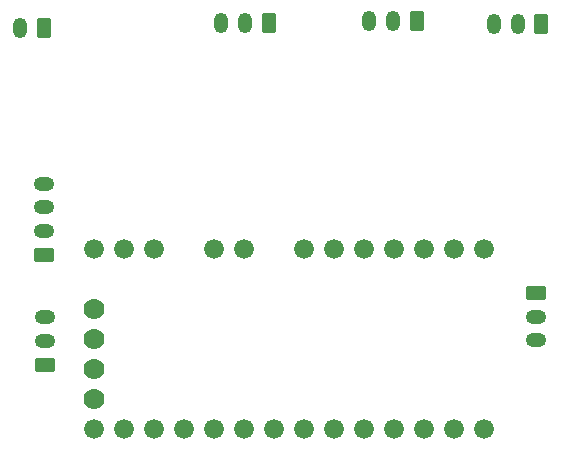
<source format=gbr>
%TF.GenerationSoftware,KiCad,Pcbnew,(6.0.1-0)*%
%TF.CreationDate,2022-06-13T09:57:48-07:00*%
%TF.ProjectId,BBEcent,42424563-656e-4742-9e6b-696361645f70,rev?*%
%TF.SameCoordinates,Original*%
%TF.FileFunction,Copper,L2,Bot*%
%TF.FilePolarity,Positive*%
%FSLAX46Y46*%
G04 Gerber Fmt 4.6, Leading zero omitted, Abs format (unit mm)*
G04 Created by KiCad (PCBNEW (6.0.1-0)) date 2022-06-13 09:57:48*
%MOMM*%
%LPD*%
G01*
G04 APERTURE LIST*
G04 Aperture macros list*
%AMRoundRect*
0 Rectangle with rounded corners*
0 $1 Rounding radius*
0 $2 $3 $4 $5 $6 $7 $8 $9 X,Y pos of 4 corners*
0 Add a 4 corners polygon primitive as box body*
4,1,4,$2,$3,$4,$5,$6,$7,$8,$9,$2,$3,0*
0 Add four circle primitives for the rounded corners*
1,1,$1+$1,$2,$3*
1,1,$1+$1,$4,$5*
1,1,$1+$1,$6,$7*
1,1,$1+$1,$8,$9*
0 Add four rect primitives between the rounded corners*
20,1,$1+$1,$2,$3,$4,$5,0*
20,1,$1+$1,$4,$5,$6,$7,0*
20,1,$1+$1,$6,$7,$8,$9,0*
20,1,$1+$1,$8,$9,$2,$3,0*%
G04 Aperture macros list end*
%TA.AperFunction,ComponentPad*%
%ADD10C,1.676400*%
%TD*%
%TA.AperFunction,ComponentPad*%
%ADD11RoundRect,0.250000X0.350000X0.625000X-0.350000X0.625000X-0.350000X-0.625000X0.350000X-0.625000X0*%
%TD*%
%TA.AperFunction,ComponentPad*%
%ADD12O,1.200000X1.750000*%
%TD*%
%TA.AperFunction,ComponentPad*%
%ADD13RoundRect,0.250000X0.625000X-0.350000X0.625000X0.350000X-0.625000X0.350000X-0.625000X-0.350000X0*%
%TD*%
%TA.AperFunction,ComponentPad*%
%ADD14O,1.750000X1.200000*%
%TD*%
%TA.AperFunction,ComponentPad*%
%ADD15RoundRect,0.250000X-0.625000X0.350000X-0.625000X-0.350000X0.625000X-0.350000X0.625000X0.350000X0*%
%TD*%
%TA.AperFunction,ComponentPad*%
%ADD16C,1.778000*%
%TD*%
G04 APERTURE END LIST*
D10*
%TO.P,,12*%
%TO.N,N/C*%
X178220000Y-69400000D03*
%TD*%
D11*
%TO.P,PWR1,1,Pin_1*%
%TO.N,GND*%
X168900000Y-50650000D03*
D12*
%TO.P,PWR1,2,Pin_2*%
%TO.N,HV*%
X166900000Y-50650000D03*
%TD*%
D11*
%TO.P,CapSensor1,1,Pin_1*%
%TO.N,GND*%
X187900000Y-50250000D03*
D12*
%TO.P,CapSensor1,2,Pin_2*%
%TO.N,HV*%
X185900000Y-50250000D03*
%TO.P,CapSensor1,3,Pin_3*%
%TO.N,Net-(Q4-Pad3)*%
X183900000Y-50250000D03*
%TD*%
D10*
%TO.P,,4*%
%TO.N,/D13*%
X198540000Y-69400000D03*
%TD*%
%TO.P,,7*%
%TO.N,/D10*%
X190920000Y-69400000D03*
%TD*%
D13*
%TO.P,TS1,1,1*%
%TO.N,GND*%
X168950000Y-79150000D03*
D14*
%TO.P,TS1,2,2*%
%TO.N,+3V3*%
X168950000Y-77150000D03*
%TO.P,TS1,3,3*%
%TO.N,N/C*%
X168950000Y-75150000D03*
%TD*%
D10*
%TO.P,,5*%
%TO.N,N/C*%
X196000000Y-69400000D03*
%TD*%
D15*
%TO.P,P1,1,Pin_1*%
%TO.N,GND*%
X210550000Y-73100000D03*
D14*
%TO.P,P1,2,Pin_2*%
%TO.N,HV*%
X210550000Y-75100000D03*
%TO.P,P1,3,Pin_3*%
%TO.N,Net-(P1-Pad3)*%
X210550000Y-77100000D03*
%TD*%
D10*
%TO.P,,1*%
%TO.N,HV*%
X206160000Y-69400000D03*
%TD*%
%TO.P,,4*%
%TO.N,N/C*%
X180760000Y-84640000D03*
%TD*%
%TO.P,,10*%
%TO.N,N/C*%
X196000000Y-84640000D03*
%TD*%
%TO.P,,2*%
%TO.N,N/C*%
X175680000Y-84640000D03*
%TD*%
%TO.P,,14*%
%TO.N,/RX*%
X173140000Y-69400000D03*
%TD*%
%TO.P,,12*%
%TO.N,+3V3*%
X201080000Y-84640000D03*
%TD*%
%TO.P,,11*%
%TO.N,N/C*%
X198540000Y-84640000D03*
%TD*%
%TO.P,,5*%
%TO.N,N/C*%
X183300000Y-84640000D03*
%TD*%
%TO.P,,6*%
%TO.N,/D11*%
X193460000Y-69400000D03*
%TD*%
%TO.P,,3*%
%TO.N,N/C*%
X201080000Y-69400000D03*
%TD*%
D16*
%TO.P,,2*%
%TO.N,N/C*%
X173140000Y-79560000D03*
%TD*%
D10*
%TO.P,,2*%
%TO.N,GND*%
X203620000Y-69400000D03*
%TD*%
D13*
%TO.P,J1,1,Pin_1*%
%TO.N,GND*%
X168850000Y-69850000D03*
D14*
%TO.P,J1,2,Pin_2*%
%TO.N,HV*%
X168850000Y-67850000D03*
%TO.P,J1,3,Pin_3*%
%TO.N,/TX*%
X168850000Y-65850000D03*
%TO.P,J1,4,Pin_4*%
%TO.N,/RX*%
X168850000Y-63850000D03*
%TD*%
D10*
%TO.P,,1*%
%TO.N,N/C*%
X173140000Y-84640000D03*
%TD*%
D11*
%TO.P,FM-OEM-C1,1,Pin_1*%
%TO.N,GND*%
X211000000Y-50300000D03*
D12*
%TO.P,FM-OEM-C1,2,Pin_2*%
%TO.N,HV*%
X209000000Y-50300000D03*
%TO.P,FM-OEM-C1,3,Pin_3*%
%TO.N,Net-(FM-OEM-C1-Pad3)*%
X207000000Y-50300000D03*
%TD*%
D10*
%TO.P,,10*%
%TO.N,N/C*%
X183300000Y-69400000D03*
%TD*%
%TO.P,,3*%
%TO.N,N/C*%
X178220000Y-84640000D03*
%TD*%
%TO.P,,9*%
%TO.N,N/C*%
X193460000Y-84640000D03*
%TD*%
D16*
%TO.P,,4*%
%TO.N,N/C*%
X173140000Y-74480000D03*
%TD*%
%TO.P,,1*%
%TO.N,N/C*%
X173140000Y-82100000D03*
%TD*%
D10*
%TO.P,,13*%
%TO.N,+3V3*%
X203620000Y-84640000D03*
%TD*%
D11*
%TO.P,F1-C1,1,Pin_1*%
%TO.N,GND*%
X200450000Y-50050000D03*
D12*
%TO.P,F1-C1,2,Pin_2*%
%TO.N,HV*%
X198450000Y-50050000D03*
%TO.P,F1-C1,3,Pin_3*%
%TO.N,Net-(F1-C1-Pad3)*%
X196450000Y-50050000D03*
%TD*%
D10*
%TO.P,,14*%
%TO.N,N/C*%
X206160000Y-84640000D03*
%TD*%
%TO.P,,9*%
%TO.N,/D7*%
X185840000Y-69400000D03*
%TD*%
%TO.P,,13*%
%TO.N,/TX*%
X175680000Y-69400000D03*
%TD*%
%TO.P,,8*%
%TO.N,N/C*%
X190920000Y-84640000D03*
%TD*%
%TO.P,,6*%
%TO.N,N/C*%
X185840000Y-84640000D03*
%TD*%
D16*
%TO.P,,3*%
%TO.N,N/C*%
X173140000Y-77020000D03*
%TD*%
D10*
%TO.P,,7*%
%TO.N,/A3*%
X188380000Y-84640000D03*
%TD*%
M02*

</source>
